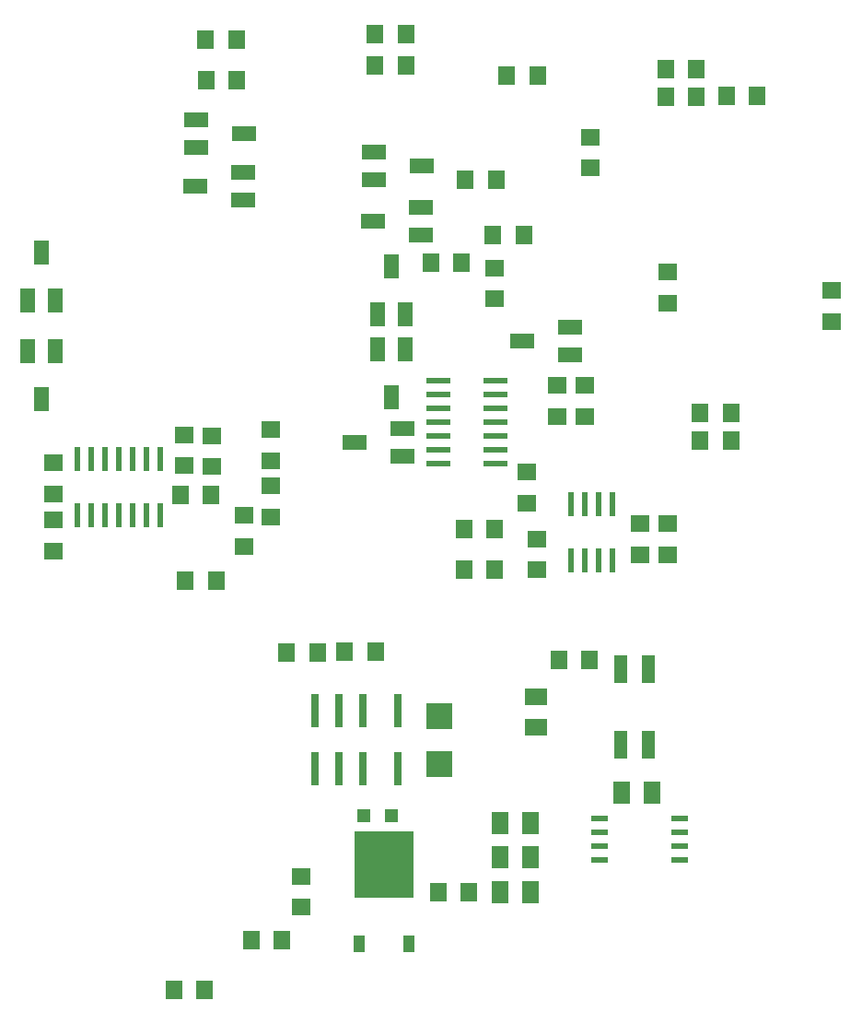
<source format=gbr>
G04 EAGLE Gerber X2 export*
%TF.Part,Single*%
%TF.FileFunction,Paste,Top*%
%TF.FilePolarity,Positive*%
%TF.GenerationSoftware,Autodesk,EAGLE,9.2.2*%
%TF.CreationDate,2019-01-20T22:07:49Z*%
G75*
%MOMM*%
%FSLAX34Y34*%
%LPD*%
%INSolderpaste Top*%
%AMOC8*
5,1,8,0,0,1.08239X$1,22.5*%
G01*
%ADD10R,1.800000X1.600000*%
%ADD11R,1.600000X1.800000*%
%ADD12R,0.600000X2.200000*%
%ADD13R,2.200000X0.600000*%
%ADD14R,0.800000X3.100000*%
%ADD15R,1.270000X2.540000*%
%ADD16R,1.600000X1.803000*%
%ADD17R,1.320800X2.184400*%
%ADD18R,1.803000X1.600000*%
%ADD19R,2.184400X1.320800*%
%ADD20R,2.000000X1.600000*%
%ADD21R,1.600000X2.000000*%
%ADD22R,1.000000X1.600000*%
%ADD23R,5.400000X6.200000*%
%ADD24R,1.549400X0.533400*%
%ADD25R,2.400000X2.400000*%
%ADD26R,1.270000X1.270000*%


D10*
X521847Y451022D03*
X521847Y423022D03*
D11*
X541988Y339637D03*
X569988Y339637D03*
X287050Y82550D03*
X259050Y82550D03*
X430500Y127000D03*
X458500Y127000D03*
D10*
X304800Y113000D03*
X304800Y141000D03*
D12*
X111561Y472640D03*
X111561Y524640D03*
X98861Y472640D03*
X124261Y472640D03*
X136961Y472640D03*
X98861Y524640D03*
X124261Y524640D03*
X136961Y524640D03*
X162361Y472640D03*
X162361Y524640D03*
X149661Y472640D03*
X175061Y472640D03*
X149661Y524640D03*
X175061Y524640D03*
D13*
X483200Y533400D03*
X431200Y533400D03*
X483200Y520700D03*
X483200Y546100D03*
X483200Y558800D03*
X431200Y520700D03*
X431200Y546100D03*
X431200Y558800D03*
X483200Y584200D03*
X431200Y584200D03*
X483200Y571500D03*
X483200Y596900D03*
X431200Y571500D03*
X431200Y596900D03*
D12*
X577850Y483200D03*
X577850Y431200D03*
X590550Y483200D03*
X565150Y483200D03*
X552450Y483200D03*
X590550Y431200D03*
X565150Y431200D03*
X552450Y431200D03*
D14*
X393600Y293200D03*
X361600Y293200D03*
X339600Y293200D03*
X317600Y293200D03*
X393600Y240200D03*
X361600Y240200D03*
X339600Y240200D03*
X317600Y240200D03*
D15*
X598200Y261764D03*
X623600Y261764D03*
X623600Y331764D03*
X598200Y331764D03*
D16*
X454140Y460470D03*
X482580Y460470D03*
X522220Y876490D03*
X493780Y876490D03*
X639830Y882650D03*
X668270Y882650D03*
X401030Y886260D03*
X372590Y886260D03*
X484120Y781050D03*
X455680Y781050D03*
D17*
X374620Y657450D03*
X387350Y701450D03*
X400080Y657450D03*
D16*
X668270Y857250D03*
X639830Y857250D03*
D18*
X570150Y820290D03*
X570150Y791850D03*
X482600Y671580D03*
X482600Y700020D03*
D16*
X509520Y730250D03*
X481080Y730250D03*
D18*
X641350Y696370D03*
X641350Y667930D03*
X792270Y679260D03*
X792270Y650820D03*
D19*
X551940Y620540D03*
X507940Y633270D03*
X551940Y646000D03*
X414430Y730220D03*
X370430Y742950D03*
X414430Y755680D03*
D17*
X400080Y625250D03*
X387350Y581250D03*
X374620Y625250D03*
D18*
X251918Y472845D03*
X251918Y444405D03*
D16*
X226593Y412530D03*
X198153Y412530D03*
D17*
X78770Y623440D03*
X66040Y579440D03*
X53310Y623440D03*
X53310Y669819D03*
X66040Y713819D03*
X78770Y669819D03*
D18*
X76731Y439970D03*
X76731Y468410D03*
X641350Y436630D03*
X641350Y465070D03*
D16*
X423930Y704850D03*
X452370Y704850D03*
D19*
X251289Y762631D03*
X207289Y775361D03*
X251289Y788091D03*
X207892Y836078D03*
X251892Y823348D03*
X207892Y810618D03*
D18*
X276499Y522836D03*
X276499Y551276D03*
D16*
X291360Y346930D03*
X319800Y346930D03*
D19*
X397920Y527020D03*
X353920Y539750D03*
X397920Y552480D03*
D20*
X520700Y278100D03*
X520700Y306100D03*
D16*
X454310Y422674D03*
X482750Y422674D03*
D18*
X615950Y436630D03*
X615950Y465070D03*
X512097Y512377D03*
X512097Y483937D03*
D21*
X515650Y190500D03*
X487650Y190500D03*
D18*
X565150Y592070D03*
X565150Y563630D03*
D16*
X700020Y541290D03*
X671580Y541290D03*
X700020Y566880D03*
X671580Y566880D03*
D21*
X487650Y158750D03*
X515650Y158750D03*
X599191Y218128D03*
X627191Y218128D03*
D16*
X372970Y347730D03*
X344530Y347730D03*
D18*
X539750Y563630D03*
X539750Y592070D03*
X76731Y520750D03*
X76731Y492310D03*
X276638Y471499D03*
X276638Y499939D03*
X222169Y517431D03*
X222169Y545871D03*
X197300Y518438D03*
X197300Y546878D03*
D16*
X216713Y909899D03*
X245153Y909899D03*
D22*
X358200Y79000D03*
X403800Y79000D03*
D23*
X381000Y152000D03*
D24*
X578866Y194727D03*
X578866Y182027D03*
X578866Y169327D03*
X578866Y156627D03*
X653034Y156627D03*
X653034Y169327D03*
X653034Y182027D03*
X653034Y194727D03*
D19*
X371700Y806480D03*
X415700Y793750D03*
X371700Y781020D03*
D25*
X431800Y288700D03*
X431800Y244700D03*
D26*
X361950Y196850D03*
X387350Y196850D03*
D16*
X217305Y872145D03*
X245745Y872145D03*
X724140Y857780D03*
X695700Y857780D03*
D11*
X187720Y36960D03*
X215720Y36960D03*
D21*
X515904Y126365D03*
X487904Y126365D03*
D16*
X221878Y491587D03*
X193438Y491587D03*
X372474Y915011D03*
X400914Y915011D03*
M02*

</source>
